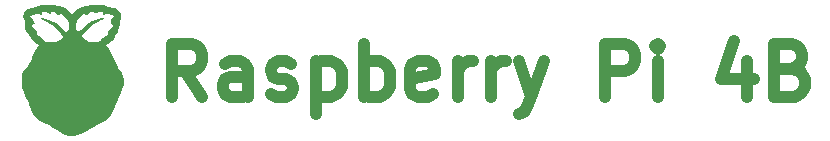
<source format=gto>
%TF.GenerationSoftware,KiCad,Pcbnew,(6.0.5)*%
%TF.CreationDate,2022-05-28T00:56:08+08:00*%
%TF.ProjectId,RaspberryPi_Shield,52617370-6265-4727-9279-50695f536869,rev?*%
%TF.SameCoordinates,Original*%
%TF.FileFunction,Legend,Top*%
%TF.FilePolarity,Positive*%
%FSLAX46Y46*%
G04 Gerber Fmt 4.6, Leading zero omitted, Abs format (unit mm)*
G04 Created by KiCad (PCBNEW (6.0.5)) date 2022-05-28 00:56:08*
%MOMM*%
%LPD*%
G01*
G04 APERTURE LIST*
%ADD10C,1.000000*%
%ADD11C,0.300000*%
%ADD12C,6.000000*%
G04 APERTURE END LIST*
D10*
X120892857Y-99035714D02*
X119392857Y-96892857D01*
X118321428Y-99035714D02*
X118321428Y-94535714D01*
X120035714Y-94535714D01*
X120464285Y-94750000D01*
X120678571Y-94964285D01*
X120892857Y-95392857D01*
X120892857Y-96035714D01*
X120678571Y-96464285D01*
X120464285Y-96678571D01*
X120035714Y-96892857D01*
X118321428Y-96892857D01*
X124750000Y-99035714D02*
X124750000Y-96678571D01*
X124535714Y-96250000D01*
X124107142Y-96035714D01*
X123250000Y-96035714D01*
X122821428Y-96250000D01*
X124750000Y-98821428D02*
X124321428Y-99035714D01*
X123250000Y-99035714D01*
X122821428Y-98821428D01*
X122607142Y-98392857D01*
X122607142Y-97964285D01*
X122821428Y-97535714D01*
X123250000Y-97321428D01*
X124321428Y-97321428D01*
X124750000Y-97107142D01*
X126678571Y-98821428D02*
X127107142Y-99035714D01*
X127964285Y-99035714D01*
X128392857Y-98821428D01*
X128607142Y-98392857D01*
X128607142Y-98178571D01*
X128392857Y-97750000D01*
X127964285Y-97535714D01*
X127321428Y-97535714D01*
X126892857Y-97321428D01*
X126678571Y-96892857D01*
X126678571Y-96678571D01*
X126892857Y-96250000D01*
X127321428Y-96035714D01*
X127964285Y-96035714D01*
X128392857Y-96250000D01*
X130535714Y-96035714D02*
X130535714Y-100535714D01*
X130535714Y-96250000D02*
X130964285Y-96035714D01*
X131821428Y-96035714D01*
X132250000Y-96250000D01*
X132464285Y-96464285D01*
X132678571Y-96892857D01*
X132678571Y-98178571D01*
X132464285Y-98607142D01*
X132250000Y-98821428D01*
X131821428Y-99035714D01*
X130964285Y-99035714D01*
X130535714Y-98821428D01*
X134607142Y-99035714D02*
X134607142Y-94535714D01*
X134607142Y-96250000D02*
X135035714Y-96035714D01*
X135892857Y-96035714D01*
X136321428Y-96250000D01*
X136535714Y-96464285D01*
X136750000Y-96892857D01*
X136750000Y-98178571D01*
X136535714Y-98607142D01*
X136321428Y-98821428D01*
X135892857Y-99035714D01*
X135035714Y-99035714D01*
X134607142Y-98821428D01*
X140392857Y-98821428D02*
X139964285Y-99035714D01*
X139107142Y-99035714D01*
X138678571Y-98821428D01*
X138464285Y-98392857D01*
X138464285Y-96678571D01*
X138678571Y-96250000D01*
X139107142Y-96035714D01*
X139964285Y-96035714D01*
X140392857Y-96250000D01*
X140607142Y-96678571D01*
X140607142Y-97107142D01*
X138464285Y-97535714D01*
X142535714Y-99035714D02*
X142535714Y-96035714D01*
X142535714Y-96892857D02*
X142750000Y-96464285D01*
X142964285Y-96250000D01*
X143392857Y-96035714D01*
X143821428Y-96035714D01*
X145321428Y-99035714D02*
X145321428Y-96035714D01*
X145321428Y-96892857D02*
X145535714Y-96464285D01*
X145750000Y-96250000D01*
X146178571Y-96035714D01*
X146607142Y-96035714D01*
X147678571Y-96035714D02*
X148750000Y-99035714D01*
X149821428Y-96035714D02*
X148750000Y-99035714D01*
X148321428Y-100107142D01*
X148107142Y-100321428D01*
X147678571Y-100535714D01*
X154964285Y-99035714D02*
X154964285Y-94535714D01*
X156678571Y-94535714D01*
X157107142Y-94750000D01*
X157321428Y-94964285D01*
X157535714Y-95392857D01*
X157535714Y-96035714D01*
X157321428Y-96464285D01*
X157107142Y-96678571D01*
X156678571Y-96892857D01*
X154964285Y-96892857D01*
X159464285Y-99035714D02*
X159464285Y-96035714D01*
X159464285Y-94535714D02*
X159250000Y-94750000D01*
X159464285Y-94964285D01*
X159678571Y-94750000D01*
X159464285Y-94535714D01*
X159464285Y-94964285D01*
X166964285Y-96035714D02*
X166964285Y-99035714D01*
X165892857Y-94321428D02*
X164821428Y-97535714D01*
X167607142Y-97535714D01*
X170821428Y-96678571D02*
X171464285Y-96892857D01*
X171678571Y-97107142D01*
X171892857Y-97535714D01*
X171892857Y-98178571D01*
X171678571Y-98607142D01*
X171464285Y-98821428D01*
X171035714Y-99035714D01*
X169321428Y-99035714D01*
X169321428Y-94535714D01*
X170821428Y-94535714D01*
X171250000Y-94750000D01*
X171464285Y-94964285D01*
X171678571Y-95392857D01*
X171678571Y-95821428D01*
X171464285Y-96250000D01*
X171250000Y-96464285D01*
X170821428Y-96678571D01*
X169321428Y-96678571D01*
D11*
%TO.C,G\u002A\u002A\u002A*%
X108657428Y-96238000D02*
X108512285Y-96165428D01*
X108294571Y-96165428D01*
X108076857Y-96238000D01*
X107931714Y-96383142D01*
X107859142Y-96528285D01*
X107786571Y-96818571D01*
X107786571Y-97036285D01*
X107859142Y-97326571D01*
X107931714Y-97471714D01*
X108076857Y-97616857D01*
X108294571Y-97689428D01*
X108439714Y-97689428D01*
X108657428Y-97616857D01*
X108730000Y-97544285D01*
X108730000Y-97036285D01*
X108439714Y-97036285D01*
X109600857Y-96165428D02*
X109600857Y-96528285D01*
X109238000Y-96383142D02*
X109600857Y-96528285D01*
X109963714Y-96383142D01*
X109383142Y-96818571D02*
X109600857Y-96528285D01*
X109818571Y-96818571D01*
X110762000Y-96165428D02*
X110762000Y-96528285D01*
X110399142Y-96383142D02*
X110762000Y-96528285D01*
X111124857Y-96383142D01*
X110544285Y-96818571D02*
X110762000Y-96528285D01*
X110979714Y-96818571D01*
X111923142Y-96165428D02*
X111923142Y-96528285D01*
X111560285Y-96383142D02*
X111923142Y-96528285D01*
X112286000Y-96383142D01*
X111705428Y-96818571D02*
X111923142Y-96528285D01*
X112140857Y-96818571D01*
G36*
X105914602Y-91813006D02*
G01*
X106125960Y-91642549D01*
X106405173Y-91518472D01*
X106556647Y-91479166D01*
X106764162Y-91426304D01*
X106970842Y-91358580D01*
X107052766Y-91325703D01*
X107166432Y-91283495D01*
X107293530Y-91257066D01*
X107458245Y-91244084D01*
X107684757Y-91242217D01*
X107880056Y-91245947D01*
X108367239Y-91275180D01*
X108771539Y-91339150D01*
X109107718Y-91442380D01*
X109390539Y-91589393D01*
X109632934Y-91782955D01*
X109891011Y-92030396D01*
X110142388Y-91788101D01*
X110394486Y-91589060D01*
X110692799Y-91439090D01*
X111050361Y-91334202D01*
X111480208Y-91270410D01*
X111916499Y-91245406D01*
X112191860Y-91240717D01*
X112389061Y-91244968D01*
X112531949Y-91260582D01*
X112644367Y-91289984D01*
X112735991Y-91328686D01*
X112915414Y-91399049D01*
X113126540Y-91460441D01*
X113208696Y-91478393D01*
X113500606Y-91555788D01*
X113721557Y-91670174D01*
X113900419Y-91836585D01*
X113903571Y-91840315D01*
X114004391Y-92026318D01*
X114039433Y-92242428D01*
X114005680Y-92448928D01*
X113956982Y-92543615D01*
X113900355Y-92709656D01*
X113908996Y-92806243D01*
X113913662Y-92998592D01*
X113865100Y-93226313D01*
X113774987Y-93445815D01*
X113709687Y-93550302D01*
X113618487Y-93690465D01*
X113518884Y-93868544D01*
X113478708Y-93948756D01*
X113372594Y-94123287D01*
X113239832Y-94280860D01*
X113182189Y-94332056D01*
X113035738Y-94446402D01*
X112899338Y-94555334D01*
X112874668Y-94575466D01*
X112746576Y-94680711D01*
X112952902Y-94953314D01*
X113079852Y-95149906D01*
X113190567Y-95370625D01*
X113243451Y-95512456D01*
X113374096Y-95876080D01*
X113540441Y-96216309D01*
X113724835Y-96498350D01*
X113774081Y-96558461D01*
X113998686Y-96887122D01*
X114148635Y-97256958D01*
X114221867Y-97647677D01*
X114216323Y-98038983D01*
X114129944Y-98410582D01*
X113991062Y-98696361D01*
X113891058Y-98873257D01*
X113806435Y-99055152D01*
X113782128Y-99120211D01*
X113713943Y-99295746D01*
X113634445Y-99460875D01*
X113626781Y-99474511D01*
X113561405Y-99621866D01*
X113501948Y-99809845D01*
X113483383Y-99888291D01*
X113365600Y-100232060D01*
X113167028Y-100563710D01*
X112907623Y-100859803D01*
X112607344Y-101096902D01*
X112337958Y-101233392D01*
X112160477Y-101313709D01*
X111944978Y-101430353D01*
X111735845Y-101559173D01*
X111720850Y-101569193D01*
X111552757Y-101678058D01*
X111414023Y-101760120D01*
X111328407Y-101801571D01*
X111316821Y-101804024D01*
X111244647Y-101832858D01*
X111130910Y-101904949D01*
X111090097Y-101934959D01*
X110746734Y-102140975D01*
X110358616Y-102279667D01*
X109955205Y-102344009D01*
X109565964Y-102326975D01*
X109498546Y-102314487D01*
X109325460Y-102261502D01*
X109124039Y-102176628D01*
X109013033Y-102119709D01*
X108818014Y-102010839D01*
X108592271Y-101885345D01*
X108441248Y-101801689D01*
X108239134Y-101682671D01*
X108034621Y-101550751D01*
X107910055Y-101462576D01*
X107769881Y-101367560D01*
X107651465Y-101306008D01*
X107602253Y-101292958D01*
X107487864Y-101261319D01*
X107323305Y-101177629D01*
X107133917Y-101058726D01*
X106945039Y-100921448D01*
X106782011Y-100782634D01*
X106692672Y-100688532D01*
X106572683Y-100517117D01*
X106455696Y-100308345D01*
X106356557Y-100093747D01*
X106290108Y-99904853D01*
X106270429Y-99791584D01*
X106247662Y-99697400D01*
X106187194Y-99535465D01*
X106098771Y-99328557D01*
X105992141Y-99099458D01*
X105877052Y-98870947D01*
X105874126Y-98865393D01*
X105752518Y-98633887D01*
X105670068Y-98465872D01*
X105619347Y-98333855D01*
X105592928Y-98210346D01*
X105583383Y-98067855D01*
X105583285Y-97878890D01*
X105584152Y-97792153D01*
X105600478Y-97450973D01*
X105649100Y-97179208D01*
X105740530Y-96946410D01*
X105885279Y-96722130D01*
X106003564Y-96577285D01*
X106120845Y-96429914D01*
X106210792Y-96295288D01*
X106246487Y-96221999D01*
X106303476Y-96091644D01*
X106371054Y-95977867D01*
X106439630Y-95840486D01*
X106491718Y-95671371D01*
X106496382Y-95648051D01*
X106603546Y-95317287D01*
X106796882Y-94993709D01*
X106893812Y-94873993D01*
X107057822Y-94687197D01*
X106911863Y-94578709D01*
X106711535Y-94414268D01*
X106525630Y-94234057D01*
X106373145Y-94059086D01*
X106273075Y-93910364D01*
X106246073Y-93842364D01*
X106189231Y-93699992D01*
X106114836Y-93600449D01*
X105997412Y-93440549D01*
X105911894Y-93222278D01*
X105871674Y-92987788D01*
X105875918Y-92848475D01*
X105881951Y-92673148D01*
X105838636Y-92559404D01*
X105825086Y-92542979D01*
X105771516Y-92435424D01*
X105741521Y-92282956D01*
X105739793Y-92251142D01*
X105747772Y-92207512D01*
X106312251Y-92207512D01*
X106437809Y-92342287D01*
X106571495Y-92512131D01*
X106654056Y-92671212D01*
X106681276Y-92802152D01*
X106648941Y-92887574D01*
X106575855Y-92911469D01*
X106496206Y-92942341D01*
X106488092Y-93025509D01*
X106545397Y-93146802D01*
X106662006Y-93292048D01*
X106793370Y-93415534D01*
X106884262Y-93506186D01*
X106898663Y-93571647D01*
X106876459Y-93608682D01*
X106861621Y-93696252D01*
X106929439Y-93802744D01*
X107065974Y-93913652D01*
X107257289Y-94014471D01*
X107272395Y-94020785D01*
X107432281Y-94107279D01*
X107494823Y-94194079D01*
X107495583Y-94204379D01*
X107542043Y-94303158D01*
X107666801Y-94376496D01*
X107848622Y-94422194D01*
X108066269Y-94438054D01*
X108298505Y-94421876D01*
X108524094Y-94371461D01*
X108647799Y-94323689D01*
X108841138Y-94208327D01*
X108989186Y-94071344D01*
X109070732Y-93934542D01*
X109080081Y-93879324D01*
X109044761Y-93813050D01*
X108950224Y-93696277D01*
X108813606Y-93546463D01*
X108652039Y-93381065D01*
X108482659Y-93217542D01*
X108322599Y-93073350D01*
X108188995Y-92965948D01*
X108171310Y-92953407D01*
X108011761Y-92852768D01*
X107804546Y-92734847D01*
X107596360Y-92626107D01*
X107427893Y-92536812D01*
X107302449Y-92458821D01*
X107242438Y-92406383D01*
X107240242Y-92399702D01*
X107253179Y-92364059D01*
X107304125Y-92353296D01*
X107411283Y-92368700D01*
X107592854Y-92411559D01*
X107663184Y-92429607D01*
X108109468Y-92584994D01*
X108515152Y-92814185D01*
X108902630Y-93130245D01*
X108961731Y-93187097D01*
X109150033Y-93364664D01*
X109282706Y-93471650D01*
X109370124Y-93515518D01*
X109412466Y-93511357D01*
X109509599Y-93412946D01*
X109591547Y-93256479D01*
X109618813Y-93155193D01*
X110162195Y-93155193D01*
X110234740Y-93355644D01*
X110259243Y-93390090D01*
X110345306Y-93482143D01*
X110411790Y-93524446D01*
X110415402Y-93524749D01*
X110471799Y-93490752D01*
X110579956Y-93399850D01*
X110720641Y-93268680D01*
X110787635Y-93202752D01*
X111158105Y-92891407D01*
X111581554Y-92635832D01*
X112024016Y-92455740D01*
X112123599Y-92427407D01*
X112335537Y-92375606D01*
X112466907Y-92353829D01*
X112534523Y-92361050D01*
X112555199Y-92396241D01*
X112555332Y-92401047D01*
X112512272Y-92447705D01*
X112400606Y-92515864D01*
X112278080Y-92575412D01*
X112084706Y-92672001D01*
X111862791Y-92798899D01*
X111694007Y-92906384D01*
X111502387Y-93048976D01*
X111301612Y-93219159D01*
X111107753Y-93400686D01*
X110936881Y-93577310D01*
X110805066Y-93732785D01*
X110728379Y-93850862D01*
X110715493Y-93895635D01*
X110757059Y-94004916D01*
X110864139Y-94134178D01*
X111010308Y-94258742D01*
X111169139Y-94353928D01*
X111233301Y-94379220D01*
X111468820Y-94424569D01*
X111740446Y-94432970D01*
X111995116Y-94404504D01*
X112095372Y-94377900D01*
X112241990Y-94296800D01*
X112289806Y-94207792D01*
X112347076Y-94111200D01*
X112495368Y-94026558D01*
X112524862Y-94014856D01*
X112712846Y-93923055D01*
X112852872Y-93816146D01*
X112929538Y-93709901D01*
X112927440Y-93620094D01*
X112920210Y-93610001D01*
X112901851Y-93555007D01*
X112937705Y-93478787D01*
X113038304Y-93362819D01*
X113091582Y-93308588D01*
X113242993Y-93137970D01*
X113312945Y-93012255D01*
X113300211Y-92935461D01*
X113213032Y-92911469D01*
X113142719Y-92899314D01*
X113121168Y-92843613D01*
X113133929Y-92727845D01*
X113185975Y-92565273D01*
X113276444Y-92398171D01*
X113297417Y-92368945D01*
X113431106Y-92193669D01*
X113236142Y-92112208D01*
X113023314Y-92057172D01*
X112759972Y-92056314D01*
X112742724Y-92057810D01*
X112576667Y-92071002D01*
X112490665Y-92066689D01*
X112463023Y-92037062D01*
X112472044Y-91974316D01*
X112475221Y-91961551D01*
X112485789Y-91879486D01*
X112444318Y-91845173D01*
X112325929Y-91838230D01*
X112324685Y-91838230D01*
X112149420Y-91859337D01*
X111970327Y-91910578D01*
X111959723Y-91914890D01*
X111803262Y-91974015D01*
X111720223Y-91984677D01*
X111693593Y-91946046D01*
X111697056Y-91902113D01*
X111680876Y-91829862D01*
X111648189Y-91817787D01*
X111544146Y-91825930D01*
X111483871Y-91830564D01*
X111386114Y-91867682D01*
X111257147Y-91952291D01*
X111203104Y-91996563D01*
X111090549Y-92088020D01*
X111028031Y-92113585D01*
X110994555Y-92080864D01*
X110991432Y-92073223D01*
X110942326Y-92006110D01*
X110863213Y-92006760D01*
X110741630Y-92079058D01*
X110601040Y-92194934D01*
X110392717Y-92421207D01*
X110246554Y-92669194D01*
X110167924Y-92920116D01*
X110162195Y-93155193D01*
X109618813Y-93155193D01*
X109637451Y-93085957D01*
X109641131Y-93028997D01*
X109599477Y-92812559D01*
X109491103Y-92573985D01*
X109336303Y-92344766D01*
X109155373Y-92156394D01*
X109018400Y-92062741D01*
X108910513Y-92014490D01*
X108849188Y-92021058D01*
X108800623Y-92074624D01*
X108753929Y-92123973D01*
X108703395Y-92119181D01*
X108621995Y-92051645D01*
X108571199Y-92001597D01*
X108459875Y-91902469D01*
X108370740Y-91844068D01*
X108347880Y-91837532D01*
X108253860Y-91824470D01*
X108167119Y-91804496D01*
X108081503Y-91792147D01*
X108068875Y-91837507D01*
X108081126Y-91881854D01*
X108082972Y-91970312D01*
X108011108Y-91989111D01*
X107866773Y-91938092D01*
X107821033Y-91915204D01*
X107666597Y-91862460D01*
X107491700Y-91838652D01*
X107482025Y-91838545D01*
X107357873Y-91844264D01*
X107311141Y-91874630D01*
X107317192Y-91948610D01*
X107320664Y-91962792D01*
X107333741Y-92032946D01*
X107312628Y-92066921D01*
X107235323Y-92072950D01*
X107079821Y-92059270D01*
X107066531Y-92057900D01*
X106802933Y-92054488D01*
X106567357Y-92110278D01*
X106546693Y-92117978D01*
X106312251Y-92207512D01*
X105747772Y-92207512D01*
X105782183Y-92019363D01*
X105914602Y-91813006D01*
G37*
%TD*%
%LPC*%
D12*
X98700000Y-72100000D03*
X98700000Y-121100000D03*
X156700000Y-121100000D03*
X156700000Y-72100000D03*
M02*

</source>
